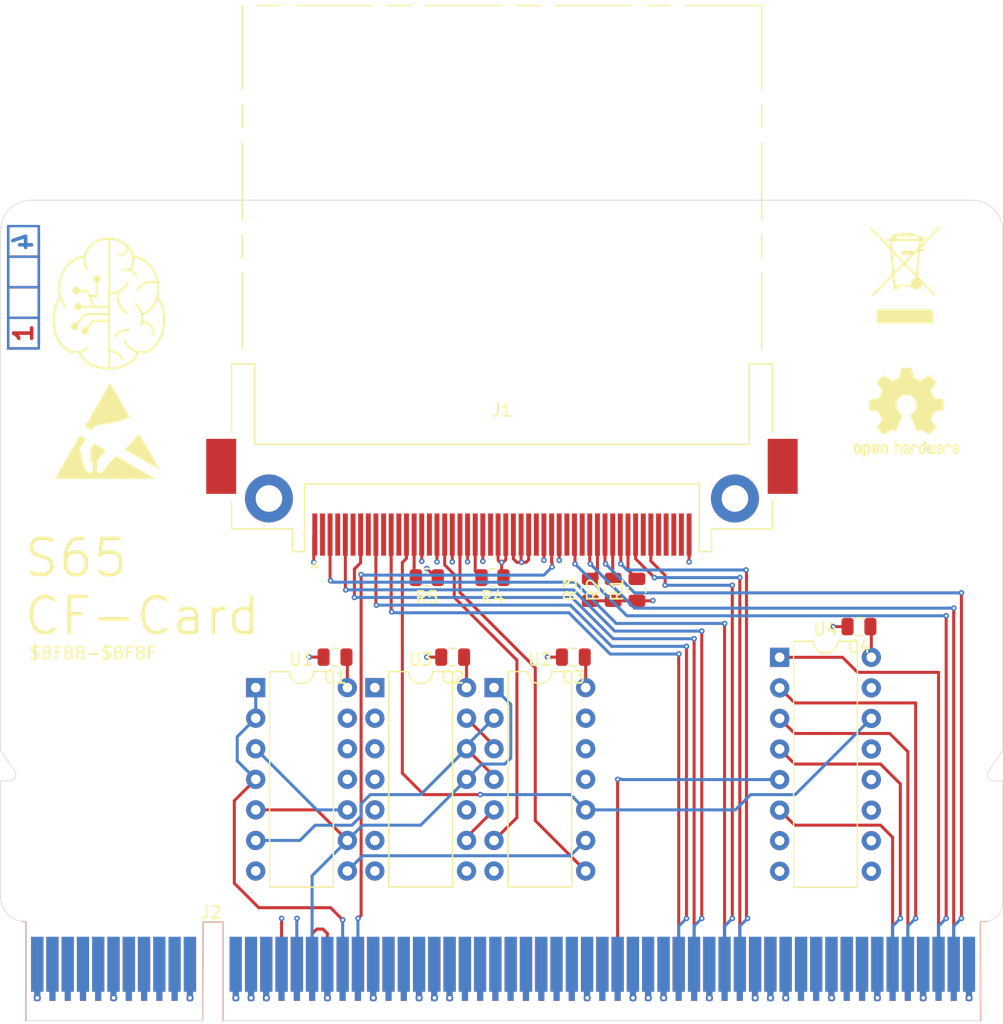
<source format=kicad_pcb>
(kicad_pcb (version 20240108) (generator "pcbnew") (generator_version "8.0")
  (layers (0 "F.Cu" signal) (1 "In1.Cu" power) (2 "In2.Cu" power) (31 "B.Cu" signal) (34 "B.Paste" user) (35 "F.Paste" user) (36 "B.SilkS" user "B.Silkscreen") (37 "F.SilkS" user "F.Silkscreen") (38 "B.Mask" user) (39 "F.Mask" user) (44 "Edge.Cuts" user))
  (net 0 "")
  (net 1 "GND")
  (net 2 "+5V")
  (net 5 "/PORT_136")
  (net 7 "Net-(J1-Pin_36)")
  (net 8 "Net-(J1-Pin_35)")
  (net 9 "Net-(J1-Pin_46)")
  (net 11 "/D4")
  (net 12 "/D6")
  (net 14 "Net-(J1-Pin_44)")
  (net 17 "/A0")
  (net 19 "Net-(J1-Pin_34)")
  (net 20 "Net-(J1-Pin_45)")
  (net 21 "/D3")
  (net 22 "/D5")
  (net 23 "/D7")
  (net 25 "/~{RES}")
  (net 27 "/A2")
  (net 28 "/D0")
  (net 30 "/D1")
  (net 31 "Net-(J1-Pin_32)")
  (net 32 "/A1")
  (net 36 "/D2")
  (net 39 "/ROM_3")
  (net 40 "/RAM_3")
  (net 41 "/~{IRQ_2}")
  (net 42 "/ROM_6")
  (net 43 "/~{VP}")
  (net 44 "/~{ROM}")
  (net 45 "/~{IRQ_0.4}")
  (net 46 "/~{L_RAM}")
  (net 47 "/~{IRQ_1}")
  (net 48 "/ROM_7")
  (net 49 "/Ø2{slash}VDA")
  (net 50 "/A10")
  (net 51 "/~{IO}")
  (net 52 "/ROM_0")
  (net 53 "/RAM_4")
  (net 54 "/~{H_RAM}")
  (net 55 "/A4")
  (net 56 "/~{NMI}")
  (net 57 "/E")
  (net 58 "/R{slash}~{W}")
  (net 59 "/A9")
  (net 60 "/RAM_1")
  (net 61 "/ROM_5")
  (net 62 "/~{IRQ_0.3}")
  (net 63 "+9V")
  (net 64 "/RAM_2")
  (net 65 "/ROM_2")
  (net 66 "/RAM_0")
  (net 67 "/ROM_1")
  (net 68 "/~{RDY}")
  (net 69 "/~{IRQ_4}")
  (net 70 "/~{IRQ_0.2}")
  (net 71 "/~{IRQ_3}")
  (net 72 "/~{IRQ_0.5}")
  (net 73 "/A12")
  (net 74 "/A11")
  (net 75 "/RAM_7")
  (net 76 "/A8")
  (net 77 "/~{IRQ}")
  (net 78 "/~{IRQ_0.0}")
  (net 79 "/ROM_4")
  (net 80 "/RAM_5")
  (net 81 "/A7")
  (net 82 "/RAM_6")
  (net 83 "/PAGE")
  (net 84 "/SYNC_VPA")
  (net 85 "/~{IRQ_0.7}")
  (net 86 "/A13")
  (net 87 "/CLK")
  (net 88 "/A5")
  (net 89 "/~{ML}")
  (net 90 "/A14")
  (net 91 "/~{IRQ_0.6}")
  (net 92 "/~{BE}")
  (net 93 "/A3")
  (net 94 "/M{slash}X")
  (net 95 "/A6")
  (net 96 "/A15")
  (net 97 "/~{IRQ_0}")
  (net 98 "/~{IRQ_0.1}")
  (net 99 "Net-(U1-Pad10)")
  (net 100 "/~{WR}")
  (net 101 "/~{RD}")
  (net 103 "Net-(U3B-~{R})")
  (net 105 "Net-(U3B-Q)")
  (net 114 "/PORT_128")
  (footprint "Symbol:WEEE-Logo_5.6x8mm_SilkScreen" (layer "F.Cu") (at 174.625 65.024)
    (property "Reference" "REF**" (hide yes))
    (property "Value" "WEEE-Logo_5.6x8mm_SilkScreen" (hide yes))
  )
  (footprint "Resistor_SMD:R_0805_2012Metric" (layer "F.Cu") (at 150.368 91.186 90)
    (property "Reference" "R2")
    (property "Value" "330")
  )
  (footprint "Symbol:ESD-Logo_8.9x8mm_SilkScreen" (layer "F.Cu") (at 108.331 77.978)
    (property "Reference" "REF**" (hide yes))
    (property "Value" "ESD-Logo_8.9x8mm_SilkScreen" (hide yes))
  )
  (footprint "Symbol:OSHW-Logo2_9.8x8mm_SilkScreen" (layer "F.Cu") (at 174.752 76.454)
    (property "Reference" "REF**" (hide yes))
    (property "Value" "OSHW-Logo2_9.8x8mm_SilkScreen" (hide yes))
  )
  (footprint "Capacitor_SMD:C_0805_2012Metric" (layer "F.Cu") (at 147.056 96.779 180)
    (property "Reference" "C3")
    (property "Value" "100n")
  )
  (footprint "Eigene:logo" (layer "F.Cu") (at 108.458 67.437)
    (property "Reference" "G***" (hide yes))
    (property "Value" "LOGO" (hide yes))
  )
  (footprint "Package_DIP:DIP-14_W7.62mm" (layer "F.Cu") (at 140.462 99.314)
    (property "Reference" "U2")
    (property "Value" "74LS32")
  )
  (footprint "Resistor_SMD:R_0805_2012Metric" (layer "F.Cu") (at 152.342 91.186 90)
    (property "Reference" "R1")
    (property "Value" "1k")
  )
  (footprint "Connector_Card:CF-Card_3M_N7E50-A516xx-30" (layer "F.Cu") (at 141.122 83.4935 90)
    (property "Reference" "J1")
    (property "Value" "CF Card")
  )
  (footprint "Capacitor_SMD:C_0805_2012Metric" (layer "F.Cu") (at 127.244 96.779 180)
    (property "Reference" "C1")
    (property "Value" "100n")
  )
  (footprint "Eigene:ladder_4" (layer "F.Cu") (at 101.346 66.04 90)
    (property "Reference" "Ref**" (hide yes))
    (property "Value" "Val**" (hide yes))
  )
  (footprint "Resistor_SMD:R_0805_2012Metric" (layer "F.Cu") (at 140.335 90.17 180)
    (property "Reference" "R4")
    (property "Value" "1k")
  )
  (footprint "Resistor_SMD:R_0805_2012Metric" (layer "F.Cu") (at 148.463 91.186 90)
    (property "Reference" "R3")
    (property "Value" "1k")
  )
  (footprint "Package_DIP:DIP-16_W7.62mm" (layer "F.Cu") (at 164.211 96.794)
    (property "Reference" "U4")
    (property "Value" "74HC138")
  )
  (footprint "Package_DIP:DIP-14_W7.62mm" (layer "F.Cu") (at 120.65 99.314)
    (property "Reference" "U1")
    (property "Value" "74HC00")
  )
  (footprint "Capacitor_SMD:C_0805_2012Metric" (layer "F.Cu") (at 137.023 96.779 180)
    (property "Reference" "C2")
    (property "Value" "100n")
  )
  (footprint "Package_DIP:DIP-14_W7.62mm" (layer "F.Cu") (at 130.556 99.314)
    (property "Reference" "U3")
    (property "Value" "74HCT74")
  )
  (footprint "Capacitor_SMD:C_0805_2012Metric" (layer "F.Cu") (at 170.805 94.239 180)
    (property "Reference" "C4")
    (property "Value" "100n")
  )
  (footprint "Resistor_SMD:R_0805_2012Metric" (layer "F.Cu") (at 134.874 90.17 180)
    (property "Reference" "R5")
    (property "Value" "1k")
  )
  (footprint "Connector_PCBEdge:BUS_PCI" (layer "B.Cu") (at 141.219 123.631 180)
    (property "Reference" "J2")
    (property "Value" "Bus_PCI_6502")
  )
  (gr_arc (start 100.657369 106.325815) (mid 100.635131 106.820071) (end 100.203 107.061) (stroke (width 0.05)) (layer "Edge.Cuts"))
  (gr_arc (start 181.991 107.061) (mid 181.558869 106.820071) (end 181.536631 106.325815) (stroke (width 0.05)) (layer "Edge.Cuts"))
  (gr_arc (start 182.753 117.221) (mid 182.306631 118.298631) (end 181.229 118.745) (stroke (width 0.05)) (layer "Edge.Cuts"))
  (gr_line (start 181.536631 106.325815) (end 182.753 104.521) (stroke (width 0.05)) (layer "Edge.Cuts"))
  (gr_line (start 101.981 58.801) (end 180.213 58.801) (stroke (width 0.05)) (layer "Edge.Cuts"))
  (gr_line (start 116.205 127) (end 116.205 118.745) (stroke (width 0.05)) (layer "Edge.Cuts"))
  (gr_line (start 99.441 104.521) (end 99.441 61.341) (stroke (width 0.05)) (layer "Edge.Cuts"))
  (gr_arc (start 99.441 61.341) (mid 100.184949 59.544949) (end 101.981 58.801) (stroke (width 0.05)) (layer "Edge.Cuts"))
  (gr_line (start 117.983 127) (end 180.848 127) (stroke (width 0.05)) (layer "Edge.Cuts"))
  (gr_line (start 99.441 104.521) (end 100.657369 106.325815) (stroke (width 0.05)) (layer "Edge.Cuts"))
  (gr_line (start 182.753 107.061) (end 181.991 107.061) (stroke (width 0.05)) (layer "Edge.Cuts"))
  (gr_line (start 101.6 127) (end 116.205 127) (stroke (width 0.05)) (layer "Edge.Cuts"))
  (gr_line (start 182.753 104.521) (end 182.753 61.341) (stroke (width 0.05)) (layer "Edge.Cuts"))
  (gr_line (start 99.441 116.713) (end 99.441 107.061) (stroke (width 0.05)) (layer "Edge.Cuts"))
  (gr_arc (start 180.213 58.801) (mid 182.009051 59.544949) (end 182.753 61.341) (stroke (width 0.05)) (layer "Edge.Cuts"))
  (gr_arc (start 101.473 118.745) (mid 100.036159 118.149841) (end 99.441 116.713) (stroke (width 0.05)) (layer "Edge.Cuts"))
  (gr_line (start 116.205 118.745) (end 117.983 118.745) (stroke (width 0.05)) (layer "Edge.Cuts"))
  (gr_line (start 101.473 118.745) (end 101.6 118.745) (stroke (width 0.05)) (layer "Edge.Cuts"))
  (gr_line (start 182.753 107.061) (end 182.753 117.221) (stroke (width 0.05)) (layer "Edge.Cuts"))
  (gr_line (start 117.983 118.745) (end 117.983 127) (stroke (width 0.05)) (layer "Edge.Cuts"))
  (gr_line (start 101.6 118.745) (end 101.6 127) (stroke (width 0.05)) (layer "Edge.Cuts"))
  (gr_line (start 180.848 127) (end 180.848 118.745) (stroke (width 0.05)) (layer "Edge.Cuts"))
  (gr_line (start 180.848 118.745) (end 181.229 118.745) (stroke (width 0.05)) (layer "Edge.Cuts"))
  (gr_line (start 100.203 107.061) (end 99.441 107.061) (stroke (width 0.05)) (layer "Edge.Cuts"))
  (gr_text "S65\nCF-Card" (at 101.219 95.123 0) (layer "F.SilkS") (effects (font (size 3 3) (thickness 0.3) (bold yes)) (justify left bottom)))
  (gr_text "$BF88-$BF8F" (at 101.727 97.028 0) (layer "F.SilkS") (effects (font (size 1 1)) (justify left bottom)))
  (segment (start 126.238 119.38) (end 125.73 119.38) (width 0.25) (layer "F.Cu") (net 1))
  (segment (start 125.73 119.38) (end 125.339 119.771) (width 0.25) (layer "F.Cu") (net 1))
  (segment (start 169.855 94.239) (end 168.661 94.239) (width 0.25) (layer "F.Cu") (net 1))
  (segment (start 143.342 88.687) (end 143.342 86.5935) (width 0.25) (layer "F.Cu") (net 1))
  (segment (start 142.748 88.9) (end 143.129 88.9) (width 0.25) (layer "F.Cu") (net 1))
  (segment (start 125.476 88.9) (end 125.476 86.6795) (width 0.25) (layer "F.Cu") (net 1))
  (segment (start 125.339 119.771) (end 125.339 122.301) (width 0.25) (layer "F.Cu") (net 1))
  (segment (start 136.073 96.779) (end 134.879 96.779) (width 0.25) (layer "F.Cu") (net 1))
  (segment (start 126.609 122.301) (end 126.609 119.751) (width 0.25) (layer "F.Cu") (net 1))
  (segment (start 143.129 88.9) (end 143.342 88.687) (width 0.25) (layer "F.Cu") (net 1))
  (segment (start 125.1 96.779) (end 125.095 96.774) (width 0.25) (layer "F.Cu") (net 1))
  (segment (start 142.712 86.5935) (end 142.712 88.809) (width 0.25) (layer "F.Cu") (net 1))
  (segment (start 144.612 88.732) (end 144.612 86.5935) (width 0.25) (layer "F.Cu") (net 1))
  (segment (start 142.712 88.809) (end 142.621 88.9) (width 0.25) (layer "F.Cu") (net 1))
  (segment (start 138.262 88.859) (end 138.262 86.5935) (width 0.25) (layer "F.Cu") (net 1))
  (segment (start 146.106 96.779) (end 144.912 96.779) (width 0.25) (layer "F.Cu") (net 1))
  (segment (start 142.072 88.605) (end 142.367 88.9) (width 0.25) (layer "F.Cu") (net 1))
  (segment (start 135.722 88.859) (end 135.722 86.5935) (width 0.25) (layer "F.Cu") (net 1))
  (segment (start 142.072 86.5935) (end 142.072 88.605) (width 0.25) (layer "F.Cu") (net 1))
  (segment (start 142.621 88.9) (end 142.748 88.9) (width 0.25) (layer "F.Cu") (net 1))
  (segment (start 168.661 94.239) (end 168.656 94.234) (width 0.25) (layer "F.Cu") (net 1))
  (segment (start 134.879 96.779) (end 134.874 96.774) (width 0.25) (layer "F.Cu") (net 1))
  (segment (start 136.992 88.859) (end 136.992 86.5935) (width 0.25) (layer "F.Cu") (net 1))
  (segment (start 134.452 88.814) (end 134.452 86.5935) (width 0.25) (layer "F.Cu") (net 1))
  (segment (start 122.799 122.301) (end 122.799 118.501) (width 0.25) (layer "F.Cu") (net 1))
  (segment (start 122.799 118.501) (end 122.809 118.491) (width 0.25) (layer "F.Cu") (net 1))
  (segment (start 144.912 96.779) (end 144.907 96.774) (width 0.25) (layer "F.Cu") (net 1))
  (segment (start 125.476 86.6795) (end 125.562 86.5935) (width 0.25) (layer "F.Cu") (net 1))
  (segment (start 142.367 88.9) (end 142.621 88.9) (width 0.25) (layer "F.Cu") (net 1))
  (segment (start 126.294 96.779) (end 125.1 96.779) (width 0.25) (layer "F.Cu") (net 1))
  (segment (start 145.882 88.732) (end 145.882 86.5935) (width 0.25) (layer "F.Cu") (net 1))
  (segment (start 126.609 119.751) (end 126.238 119.38) (width 0.25) (layer "F.Cu") (net 1))
  (segment (start 156.682 88.864) (end 156.682 86.5935) (width 0.25) (layer "F.Cu") (net 1))
  (segment (start 139.532 88.814) (end 139.532 86.5935) (width 0.25) (layer "F.Cu") (net 1))
  (via (at 168.656 94.234) (size 0.46) (drill 0.2) (layers "F.Cu" "B.Cu") (net 1))
  (via (at 108.839 125.095) (size 0.6) (drill 0.3) (layers "F.Cu" "B.Cu") (net 1))
  (via (at 154.559 125.095) (size 0.6) (drill 0.3) (layers "F.Cu" "B.Cu") (net 1))
  (via (at 158.369 125.095) (size 0.6) (drill 0.3) (layers "F.Cu" "B.Cu") (net 1))
  (via (at 179.959 125.095) (size 0.6) (drill 0.3) (layers "F.Cu" "B.Cu") (net 1))
  (via (at 144.612 88.732) (size 0.46) (drill 0.2) (layers "F.Cu" "B.Cu") (net 1))
  (via (at 125.095 96.774) (size 0.46) (drill 0.2) (layers "F.Cu" "B.Cu") (net 1))
  (via (at 145.882 88.732) (size 0.46) (drill 0.2) (layers "F.Cu" "B.Cu") (net 1))
  (via (at 172.339 125.095) (size 0.6) (drill 0.3) (layers "F.Cu" "B.Cu") (net 1))
  (via (at 176.149 125.095) (size 0.6) (drill 0.3) (layers "F.Cu" "B.Cu") (net 1))
  (via (at 156.682 88.864) (size 0.46) (drill 0.2) (layers "F.Cu" "B.Cu") (net 1))
  (via (at 135.722 88.859) (size 0.46) (drill 0.2) (layers "F.Cu" "B.Cu") (net 1))
  (via (at 162.179 125.095) (size 0.6) (drill 0.3) (layers "F.Cu" "B.Cu") (net 1))
  (via (at 152.019 125.095) (size 0.6) (drill 0.3) (layers "F.Cu" "B.Cu") (net 1))
  (via (at 168.529 125.095) (size 0.6) (drill 0.3) (layers "F.Cu" "B.Cu") (net 1))
  (via (at 164.719 125.095) (size 0.6) (drill 0.3) (layers "F.Cu" "B.Cu") (net 1))
  (via (at 134.239 125.095) (size 0.6) (drill 0.3) (layers "F.Cu" "B.Cu") (net 1))
  (via (at 115.189 125.095) (size 0.6) (drill 0.3) (layers "F.Cu" "B.Cu") (net 1))
  (via (at 134.452 88.814) (size 0.46) (drill 0.2) (layers "F.Cu" "B.Cu") (net 1))
  (via (at 148.209 125.095) (size 0.6) (drill 0.3) (layers "F.Cu" "B.Cu") (net 1))
  (via (at 126.619 125.095) (size 0.6) (drill 0.3) (layers "F.Cu" "B.Cu") (net 1))
  (via (at 139.532 88.814) (size 0.46) (drill 0.2) (layers "F.Cu" "B.Cu") (net 1))
  (via (at 138.262 88.859) (size 0.46) (drill 0.2) (layers "F.Cu" "B.Cu") (net 1))
  (via (at 130.429 125.095) (size 0.6) (drill 0.3) (layers "F.Cu" "B.Cu") (net 1))
  (via (at 125.476 88.9) (size 0.46) (drill 0.2) (layers "F.Cu" "B.Cu") (net 1))
  (via (at 134.874 96.774) (size 0.46) (drill 0.2) (layers "F.Cu" "B.Cu") (net 1))
  (via (at 142.748 88.9) (size 0.46) (drill 0.2) (layers "F.Cu" "B.Cu") (net 1))
  (via (at 122.809 118.491) (size 0.46) (drill 0.2) (layers "F.Cu" "B.Cu") (net 1))
  (via (at 102.489 125.095) (size 0.6) (drill 0.3) (layers "F.Cu" "B.Cu") (net 1))
  (via (at 120.269 125.095) (size 0.6) (drill 0.3) (layers "F.Cu" "B.Cu") (net 1))
  (via (at 136.992 88.859) (size 0.46) (drill 0.2) (layers "F.Cu" "B.Cu") (net 1))
  (via (at 124.079 118.491) (size 0.46) (drill 0.2) (layers "F.Cu" "B.Cu") (net 1))
  (via (at 144.907 96.774) (size 0.46) (drill 0.2) (layers "F.Cu" "B.Cu") (net 1))
  (via (at 136.779 125.095) (size 0.6) (drill 0.3) (layers "F.Cu" "B.Cu") (net 1))
  (segment (start 124.069 122.301) (end 124.069 118.501) (width 0.25) (layer "B.Cu") (net 1))
  (segment (start 124.069 118.501) (end 124.079 118.491) (width 0.25) (layer "B.Cu") (net 1))
  (segment (start 138.176 96.982) (end 137.973 96.779) (width 0.25) (layer "F.Cu") (net 2))
  (segment (start 138.176 99.314) (end 138.176 96.982) (width 0.25) (layer "F.Cu") (net 2))
  (segment (start 141.224 88.9) (end 141.442 88.682) (width 0.25) (layer "F.Cu") (net 2))
  (segment (start 171.831 96.794) (end 171.831 94.315) (width 0.25) (layer "F.Cu") (net 2))
  (segment (start 141.097 88.9) (end 141.224 88.9) (width 0.25) (layer "F.Cu") (net 2))
  (segment (start 140.802 86.5935) (end 140.802 88.732) (width 0.25) (layer "F.Cu") (net 2))
  (segment (start 141.442 88.682) (end 141.442 86.5935) (width 0.25) (layer "F.Cu") (net 2))
  (segment (start 135.7865 90.17) (end 135.636 90.17) (width 0.25) (layer "F.Cu") (net 2))
  (segment (start 141.097 88.9) (end 141.097 90.0195) (width 0.25) (layer "F.Cu") (net 2))
  (segment (start 128.27 99.314) (end 128.27 96.855) (width 0.25) (layer "F.Cu") (net 2))
  (segment (start 135.636 90.17) (end 134.874 89.408) (width 0.25) (layer "F.Cu") (net 2))
  (segment (start 128.27 96.855) (end 128.194 96.779) (width 0.25) (layer "F.Cu") (net 2))
  (segment (start 141.097 90.0195) (end 141.2475 90.17) (width 0.25) (layer "F.Cu") (net 2))
  (segment (start 171.831 94.315) (end 171.755 94.239) (width 0.25) (layer "F.Cu") (net 2))
  (segment (start 140.802 88.732) (end 140.97 88.9) (width 0.25) (layer "F.Cu") (net 2))
  (segment (start 153.6465 92.0985) (end 153.67 92.075) (width 0.25) (layer "F.Cu") (net 2))
  (segment (start 148.082 96.855) (end 148.006 96.779) (width 0.25) (layer "F.Cu") (net 2))
  (segment (start 140.97 88.9) (end 141.097 88.9) (width 0.25) (layer "F.Cu") (net 2))
  (segment (start 148.082 99.314) (end 148.082 96.855) (width 0.25) (layer "F.Cu") (net 2))
  (segment (start 148.463 92.0985) (end 153.6465 92.0985) (width 0.25) (layer "F.Cu") (net 2))
  (via (at 121.539 125.095) (size 0.6) (drill 0.3) (layers "F.Cu" "B.Cu") (net 2))
  (via (at 153.289 125.095) (size 0.6) (drill 0.3) (layers "F.Cu" "B.Cu") (net 2))
  (via (at 134.874 89.408) (size 0.46) (drill 0.2) (layers "F.Cu" "B.Cu") (net 2))
  (via (at 163.449 125.095) (size 0.6) (drill 0.3) (layers "F.Cu" "B.Cu") (net 2))
  (via (at 135.509 125.095) (size 0.6) (drill 0.3) (layers "F.Cu" "B.Cu") (net 2))
  (via (at 153.67 92.075) (size 0.46) (drill 0.2) (layers "F.Cu" "B.Cu") (net 2))
  (via (at 141.097 88.9) (size 0.46) (drill 0.2) (layers "F.Cu" "B.Cu") (net 2))
  (segment (start 133.182 88.5735) (end 132.842 88.9135) (width 0.25) (layer "F.Cu") (net 5))
  (segment (start 132.842 88.9135) (end 132.842 106.426) (width 0.25) (layer "F.Cu") (net 5))
  (segment (start 133.182 86.5935) (end 133.182 88.5735) (width 0.25) (layer "F.Cu") (net 5))
  (segment (start 134.62 108.204) (end 139.319 108.204) (width 0.25) (layer "F.Cu") (net 5))
  (segment (start 132.842 106.426) (end 134.62 108.204) (width 0.25) (layer "F.Cu") (net 5))
  (via (at 139.319 108.204) (size 0.46) (drill 0.2) (layers "F.Cu" "B.Cu") (net 5))
  (segment (start 146.812 108.204) (end 148.082 109.474) (width 0.25) (layer "B.Cu") (net 5))
  (segment (start 139.319 108.204) (end 146.812 108.204) (width 0.25) (layer "B.Cu") (net 5))
  (segment (start 165.501 108.204) (end 171.831 101.874) (width 0.25) (layer "B.Cu") (net 5))
  (segment (start 160.528 109.474) (end 161.798 108.204) (width 0.25) (layer "B.Cu") (net 5))
  (segment (start 161.798 108.204) (end 165.501 108.204) (width 0.25) (layer "B.Cu") (net 5))
  (segment (start 148.082 109.474) (end 160.528 109.474) (width 0.25) (layer "B.Cu") (net 5))
  (segment (start 138.902 89.6495) (end 139.4225 90.17) (width 0.25) (layer "F.Cu") (net 7))
  (segment (start 138.902 86.5935) (end 138.902 89.6495) (width 0.25) (layer "F.Cu") (net 7))
  (segment (start 143.891 97.663) (end 143.891 110.363) (width 0.25) (layer "F.Cu") (net 8))
  (segment (start 137.632 86.5935) (end 137.632 91.404) (width 0.25) (layer "F.Cu") (net 8))
  (segment (start 143.891 110.363) (end 148.082 114.554) (width 0.25) (layer "F.Cu") (net 8))
  (segment (start 137.632 91.404) (end 143.891 97.663) (width 0.25) (layer "F.Cu") (net 8))
  (segment (start 151.602 89.5335) (end 152.342 90.2735) (width 0.25) (layer "F.Cu") (net 9))
  (segment (start 151.602 86.5935) (end 151.602 89.5335) (width 0.25) (layer "F.Cu") (net 9))
  (segment (start 128.102 91.145) (end 128.102 86.5935) (width 0.25) (layer "F.Cu") (net 11))
  (segment (start 157.734 118.491) (end 157.734 94.615) (width 0.25) (layer "F.Cu") (net 11))
  (segment (start 128.143 91.186) (end 128.102 91.145) (width 0.25) (layer "F.Cu") (net 11))
  (via (at 157.734 118.491) (size 0.46) (drill 0.2) (layers "F.Cu" "B.Cu") (net 11))
  (via (at 157.734 94.615) (size 0.46) (drill 0.2) (layers "F.Cu" "B.Cu") (net 11))
  (via (at 128.143 91.186) (size 0.46) (drill 0.2) (layers "F.Cu" "B.Cu") (net 11))
  (segment (start 157.734 94.615) (end 150.495 94.615) (width 0.25) (layer "B.Cu") (net 11))
  (segment (start 157.099 122.301) (end 157.099 119.126) (width 0.25) (layer "B.Cu") (net 11))
  (segment (start 150.495 94.615) (end 147.066 91.186) (width 0.25) (layer "B.Cu") (net 11))
  (segment (start 147.066 91.186) (end 128.143 91.186) (width 0.25) (layer "B.Cu") (net 11))
  (segment (start 157.099 119.126) (end 157.734 118.491) (width 0.25) (layer "B.Cu") (net 11))
  (segment (start 156.464 118.491) (end 156.464 95.885) (width 0.25) (layer "F.Cu") (net 12))
  (segment (start 130.683 92.456) (end 130.642 92.415) (width 0.25) (layer "F.Cu") (net 12))
  (segment (start 130.642 92.415) (end 130.642 86.5935) (width 0.25) (layer "F.Cu") (net 12))
  (via (at 156.464 118.491) (size 0.46) (drill 0.2) (layers "F.Cu" "B.Cu") (net 12))
  (via (at 156.464 95.885) (size 0.46) (drill 0.2) (layers "F.Cu" "B.Cu") (net 12))
  (via (at 130.683 92.456) (size 0.46) (drill 0.2) (layers "F.Cu" "B.Cu") (net 12))
  (segment (start 150.241 95.885) (end 146.812 92.456) (width 0.25) (layer "B.Cu") (net 12))
  (segment (start 146.812 92.456) (end 130.683 92.456) (width 0.25) (layer "B.Cu") (net 12))
  (segment (start 156.464 95.885) (end 150.241 95.885) (width 0.25) (layer "B.Cu") (net 12))
  (segment (start 155.819 119.136) (end 156.464 118.491) (width 0.25) (layer "B.Cu") (net 12))
  (segment (start 155.819 122.301) (end 155.819 119.136) (width 0.25) (layer "B.Cu") (net 12))
  (segment (start 149.062 89.6745) (end 148.463 90.2735) (width 0.25) (layer "F.Cu") (net 14))
  (segment (start 149.062 86.5935) (end 149.062 89.6745) (width 0.25) (layer "F.Cu") (net 14))
  (segment (start 149.692 88.986) (end 149.733 89.027) (width 0.25) (layer "F.Cu") (net 17))
  (segment (start 149.692 86.5935) (end 149.692 88.986) (width 0.25) (layer "F.Cu") (net 17))
  (segment (start 179.324 91.44) (end 179.324 118.491) (width 0.25) (layer "F.Cu") (net 17))
  (via (at 179.324 91.44) (size 0.46) (drill 0.2) (layers "F.Cu" "B.Cu") (net 17))
  (via (at 149.733 89.027) (size 0.46) (drill 0.2) (layers "F.Cu" "B.Cu") (net 17))
  (via (at 179.324 118.491) (size 0.46) (drill 0.2) (layers "F.Cu" "B.Cu") (net 17))
  (segment (start 179.324 91.44) (end 152.146 91.44) (width 0.25) (layer "B.Cu") (net 17))
  (segment (start 179.324 118.491) (end 178.679 119.136) (width 0.25) (layer "B.Cu") (net 17))
  (segment (start 178.679 119.136) (end 178.679 122.301) (width 0.25) (layer "B.Cu") (net 17))
  (segment (start 152.146 91.44) (end 149.733 89.027) (width 0.25) (layer "B.Cu") (net 17))
  (segment (start 137.16 91.821) (end 142.367 97.028) (width 0.25) (layer "F.Cu") (net 19))
  (segment (start 142.367 110.109) (end 140.462 112.014) (width 0.25) (layer "F.Cu") (net 19))
  (segment (start 137.16 89.916) (end 137.16 91.821) (width 0.25) (layer "F.Cu") (net 19))
  (segment (start 136.362 86.5935) (end 136.362 89.118) (width 0.25) (layer "F.Cu") (net 19))
  (segment (start 136.362 89.118) (end 137.16 89.916) (width 0.25) (layer "F.Cu") (net 19))
  (segment (start 142.367 97.028) (end 142.367 110.109) (width 0.25) (layer "F.Cu") (net 19))
  (segment (start 150.332 90.2375) (end 150.368 90.2735) (width 0.25) (layer "F.Cu") (net 20))
  (segment (start 150.332 86.5935) (end 150.332 90.2375) (width 0.25) (layer "F.Cu") (net 20))
  (segment (start 159.629 122.301) (end 159.629 93.99) (width 0.25) (layer "F.Cu") (net 21))
  (segment (start 126.832 90.383) (end 126.832 86.5935) (width 0.25) (layer "F.Cu") (net 21))
  (segment (start 126.873 90.424) (end 126.832 90.383) (width 0.25) (layer "F.Cu") (net 21))
  (segment (start 159.629 93.99) (end 159.639 93.98) (width 0.25) (layer "F.Cu") (net 21))
  (via (at 159.639 93.98) (size 0.46) (drill 0.2) (layers "F.Cu" "B.Cu") (net 21))
  (via (at 126.873 90.424) (size 0.46) (drill 0.2) (layers "F.Cu" "B.Cu") (net 21))
  (segment (start 142.748 90.551) (end 127 90.551) (width 0.25) (layer "B.Cu") (net 21))
  (segment (start 159.639 93.98) (end 150.622 93.98) (width 0.25) (layer "B.Cu") (net 21))
  (segment (start 150.622 93.98) (end 147.828 91.186) (width 0.25) (layer "B.Cu") (net 21))
  (segment (start 147.193 90.551) (end 142.748 90.551) (width 0.25) (layer "B.Cu") (net 21))
  (segment (start 127 90.551) (end 126.873 90.424) (width 0.25) (layer "B.Cu") (net 21))
  (segment (start 147.828 91.186) (end 147.193 90.551) (width 0.25) (layer "B.Cu") (net 21))
  (segment (start 128.858 91.821) (end 128.858 89.455) (width 0.25) (layer "F.Cu") (net 22))
  (segment (start 129.372 88.941) (end 129.372 86.5935) (width 0.25) (layer "F.Cu") (net 22))
  (segment (start 157.099 122.301) (end 157.099 95.25) (width 0.25) (layer "F.Cu") (net 22))
  (segment (start 128.858 89.455) (end 129.372 88.941) (width 0.25) (layer "F.Cu") (net 22))
  (via (at 157.099 95.25) (size 0.46) (drill 0.2) (layers "F.Cu" "B.Cu") (net 22))
  (via (at 128.858 91.821) (size 0.46) (drill 0.2) (layers "F.Cu" "B.Cu") (net 22))
  (segment (start 146.939 91.821) (end 144.78 91.821) (width 0.25) (layer "B.Cu") (net 22))
  (segment (start 144.78 91.821) (end 128.858 91.821) (width 0.25) (layer "B.Cu") (net 22))
  (segment (start 150.368 95.25) (end 149.86 94.742) (width 0.25) (layer "B.Cu") (net 22))
  (segment (start 157.099 95.25) (end 150.368 95.25) (width 0.25) (layer "B.Cu") (net 22))
  (segment (start 149.86 94.742) (end 146.939 91.821) (width 0.25) (layer "B.Cu") (net 22))
  (segment (start 155.819 96.53) (end 155.829 96.52) (width 0.25) (layer "F.Cu") (net 23))
  (segment (start 131.953 93.011) (end 131.912 92.97) (width 0.25) (layer "F.Cu") (net 23))
  (segment (start 131.912 92.97) (end 131.912 86.5935) (width 0.25) (layer "F.Cu") (net 23))
  (segment (start 155.819 122.301) (end 155.819 96.53) (width 0.25) (layer "F.Cu") (net 23))
  (via (at 131.953 93.011) (size 0.46) (drill 0.2) (layers "F.Cu" "B.Cu") (net 23))
  (via (at 155.829 96.52) (size 0.46) (drill 0.2) (layers "F.Cu" "B.Cu") (net 23))
  (segment (start 150.114 96.52) (end 155.829 96.52) (width 0.25) (layer "B.Cu") (net 23))
  (segment (start 146.685 93.091) (end 150.114 96.52) (width 0.25) (layer "B.Cu") (net 23))
  (segment (start 132.033 93.091) (end 146.685 93.091) (width 0.25) (layer "B.Cu") (net 23))
  (segment (start 131.953 93.011) (end 132.033 93.091) (width 0.25) (layer "B.Cu") (net 23))
  (segment (start 145.252 88.864) (end 145.252 86.5935) (width 0.25) (layer "F.Cu") (net 25))
  (segment (start 145.288 89.281) (end 145.288 88.9) (width 0.25) (layer "F.Cu") (net 25))
  (segment (start 145.288 88.9) (end 145.252 88.864) (width 0.25) (layer "F.Cu") (net 25))
  (segment (start 129.159 118.491) (end 129.413 118.237) (width 0.25) (layer "F.Cu") (net 25))
  (segment (start 129.413 114.681) (end 129.413 89.916) (width 0.25) (layer "F.Cu") (net 25))
  (segment (start 129.413 118.237) (end 129.413 114.681) (width 0.25) (layer "F.Cu") (net 25))
  (via (at 129.413 89.916) (size 0.46) (drill 0.2) (layers "F.Cu" "B.Cu") (net 25))
  (via (at 129.159 118.491) (size 0.46) (drill 0.2) (layers "F.Cu" "B.Cu") (net 25))
  (via (at 145.288 89.281) (size 0.46) (drill 0.2) (layers "F.Cu" "B.Cu") (net 25))
  (segment (start 144.606 89.963) (end 145.288 89.281) (width 0.25) (layer "B.Cu") (net 25))
  (segment (start 129.149 122.301) (end 129.149 118.501) (width 0.25) (layer "B.Cu") (net 25))
  (segment (start 129.46 89.963) (end 144.606 89.963) (width 0.25) (layer "B.Cu") (net 25))
  (segment (start 129.149 118.501) (end 129.159 118.491) (width 0.25) (layer "B.Cu") (net 25))
  (segment (start 129.413 89.916) (end 129.46 89.963) (width 0.25) (layer "B.Cu") (net 25))
  (segment (start 178.054 118.491) (end 178.054 106.68) (width 0.25) (layer "F.Cu") (net 27))
  (segment (start 147.193 89.027) (end 147.193 86.6345) (width 0.25) (layer "F.Cu") (net 27))
  (segment (start 147.193 86.6345) (end 147.152 86.5935) (width 0.25) (layer "F.Cu") (net 27))
  (segment (start 178.054 106.68) (end 178.054 93.345) (width 0.25) (layer "F.Cu") (net 27))
  (via (at 178.054 93.345) (size 0.46) (drill 0.2) (layers "F.Cu" "B.Cu") (net 27))
  (via (at 147.193 89.027) (size 0.46) (drill 0.2) (layers "F.Cu" "B.Cu") (net 27))
  (via (at 178.054 118.491) (size 0.46) (drill 0.2) (layers "F.Cu" "B.Cu") (net 27))
  (segment (start 177.419 119.126) (end 178.054 118.491) (width 0.25) (layer "B.Cu") (net 27))
  (segment (start 178.054 93.345) (end 151.511 93.345) (width 0.25) (layer "B.Cu") (net 27))
  (segment (start 151.511 93.345) (end 147.193 89.027) (width 0.25) (layer "B.Cu") (net 27))
  (segment (start 177.419 122.301) (end 177.419 119.126) (width 0.25) (layer "B.Cu") (net 27))
  (segment (start 151.003 86.6345) (end 150.962 86.5935) (width 0.25) (layer "F.Cu") (net 28))
  (segment (start 161.452976 89.570976) (end 161.452976 118.399976) (width 0.25) (layer "F.Cu") (net 28))
  (segment (start 151.003 89.027) (end 151.003 86.6345) (width 0.25) (layer "F.Cu") (net 28))
  (segment (start 161.417 89.535) (end 161.452976 89.570976) (width 0.25) (layer "F.Cu") (net 28))
  (segment (start 161.452976 118.399976) (end 161.544 118.491) (width 0.25) (layer "F.Cu") (net 28))
  (via (at 161.417 89.535) (size 0.46) (drill 0.2) (layers "F.Cu" "B.Cu") (net 28))
  (via (at 161.544 118.491) (size 0.46) (drill 0.2) (layers "F.Cu" "B.Cu") (net 28))
  (via (at 151.003 89.027) (size 0.46) (drill 0.2) (layers "F.Cu" "B.Cu") (net 28))
  (segment (start 160.899 122.301) (end 160.899 119.136) (width 0.25) (layer "B.Cu") (net 28))
  (segment (start 160.899 119.136) (end 161.544 118.491) (width 0.25) (layer "B.Cu") (net 28))
  (segment (start 161.417 89.535) (end 151.511 89.535) (width 0.25) (layer "B.Cu") (net 28))
  (segment (start 151.511 89.535) (end 151.003 89.027) (width 0.25) (layer "B.Cu") (net 28))
  (segment (start 160.899 122.301) (end 160.899 90.171024) (width 0.25) (layer "F.Cu") (net 30))
  (segment (start 160.899 90.171024) (end 160.897976 90.17) (width 0.25) (layer "F.Cu") (net 30))
  (segment (start 153.797 90.17) (end 152.232 88.605) (width 0.25) (layer "F.Cu") (net 30))
  (segment (start 152.232 88.605) (end 152.232 86.5935) (width 0.25) (layer "F.Cu") (net 30))
  (via (at 160.897976 90.17) (size 0.46) (drill 0.2) (layers "F.Cu" "B.Cu") (net 30))
  (via (at 153.797 90.17) (size 0.46) (drill 0.2) (layers "F.Cu" "B.Cu") (net 30))
  (segment (start 160.897976 90.17) (end 153.797 90.17) (width 0.25) (layer "B.Cu") (net 30))
  (segment (start 133.822 90.0305) (end 133.9615 90.17) (width 0.25) (layer "F.Cu") (net 31))
  (segment (start 133.822 86.5935) (end 133.822 90.0305) (width 0.25) (layer "F.Cu") (net 31))
  (segment (start 178.679 93.101) (end 178.679 122.301) (width 0.25) (layer "F.Cu") (net 32))
  (segment (start 148.422 86.5935) (end 148.422 88.986) (width 0.25) (layer "F.Cu") (net 32))
  (segment (start 148.422 88.986) (end 148.463 89.027) (width 0.25) (layer "F.Cu") (net 32))
  (segment (start 178.689 93.091) (end 178.679 93.101) (width 0.25) (layer "F.Cu") (net 32))
  (segment (start 178.689 92.71) (end 178.689 93.091) (width 0.25) (layer "F.Cu") (net 32))
  (via (at 178.689 92.71) (size 0.46) (drill 0.2) (layers "F.Cu" "B.Cu") (net 32))
  (via (at 148.463 89.027) (size 0.46) (drill 0.2) (layers "F.Cu" "B.Cu") (net 32))
  (segment (start 152.146 92.71) (end 153.67 92.71) (width 0.25) (layer "B.Cu") (net 32))
  (segment (start 153.67 92.71) (end 178.689 92.71) (width 0.25) (layer "B.Cu") (net 32))
  (segment (start 148.463 89.027) (end 152.146 92.71) (width 0.25) (layer "B.Cu") (net 32))
  (segment (start 160.274 118.491) (end 160.274 90.805) (width 0.25) (layer "F.Cu") (net 36))
  (segment (start 153.502 88.7955) (end 153.502 86.5935) (width 0.25) (layer "F.Cu") (net 36))
  (segment (start 154.686 90.805) (end 154.686 89.9795) (width 0.25) (layer "F.Cu") (net 36))
  (segment (start 154.686 89.9795) (end 153.502 88.7955) (width 0.25) (layer "F.Cu") (net 36))
  (via (at 160.274 118.491) (size 0.46) (drill 0.2) (layers "F.Cu" "B.Cu") (net 36))
  (via (at 154.686 90.805) (size 0.46) (drill 0.2) (layers "F.Cu" "B.Cu") (net 36))
  (via (at 160.274 90.805) (size 0.46) (drill 0.2) (layers "F.Cu" "B.Cu") (net 36))
  (segment (start 160.274 90.805) (end 154.686 90.805) (width 0.25) (layer "B.Cu") (net 36))
  (segment (start 159.629 122.301) (end 159.629 119.136) (width 0.25) (layer "B.Cu") (net 36))
  (segment (start 159.629 119.136) (end 160.274 118.491) (width 0.25) (layer "B.Cu") (net 36))
  (segment (start 150.739 122.301) (end 150.739 106.944) (width 0.25) (layer "F.Cu") (net 51))
  (segment (start 150.739 106.944) (end 150.749 106.934) (width 0.25) (layer "F.Cu") (net 51))
  (via (at 150.749 106.934) (size 0.46) (drill 0.2) (layers "F.Cu" "B.Cu") (net 51))
  (segment (start 151.13 106.934) (end 151.15 106.954) (width 0.25) (layer "B.Cu") (net 51))
  (segment (start 151.15 106.954) (end 164.211 106.954) (width 0.25) (layer "B.Cu") (net 51))
  (segment (start 150.749 106.934) (end 151.13 106.934) (width 0.25) (layer "B.Cu") (net 51))
  (segment (start 175.514 100.584) (end 165.461 100.584) (width 0.25) (layer "F.Cu") (net 55))
  (segment (start 175.514 100.584) (end 175.514 118.491) (width 0.25) (layer "F.Cu") (net 55))
  (segment (start 165.461 100.584) (end 164.211 99.334) (width 0.25) (layer "F.Cu") (net 55))
  (via (at 175.514 118.491) (size 0.46) (drill 0.2) (layers "F.Cu" "B.Cu") (net 55))
  (segment (start 175.514 118.491) (end 175.5115 118.491) (width 0.25) (layer "B.Cu") (net 55))
  (segment (start 174.869 119.1335) (end 174.869 122.301) (width 0.25) (layer "B.Cu") (net 55))
  (segment (start 175.5115 118.491) (end 174.869 119.1335) (width 0.25) (layer "B.Cu") (net 55))
  (segment (start 118.872 108.712) (end 120.65 106.934) (width 0.25) (layer "F.Cu") (net 58))
  (segment (start 118.872 115.57) (end 118.872 108.712) (width 0.25) (layer "F.Cu") (net 58))
  (segment (start 127.889 118.618) (end 126.873 117.602) (width 0.25) (layer "F.Cu") (net 58))
  (segment (start 126.873 117.602) (end 120.904 117.602) (width 0.25) (layer "F.Cu") (net 58))
  (segment (start 120.904 117.602) (end 118.872 115.57) (width 0.25) (layer "F.Cu") (net 58))
  (via (at 127.889 118.618) (size 0.46) (drill 0.2) (layers "F.Cu" "B.Cu") (net 58))
  (segment (start 120.65 101.854) (end 120.65 99.314) (width 0.25) (layer "B.Cu") (net 58))
  (segment (start 120.65 106.934) (end 119.116 105.4) (width 0.25) (layer "B.Cu") (net 58))
  (segment (start 119.116 105.4) (end 119.116 103.388) (width 0.25) (layer "B.Cu") (net 58))
  (segment (start 127.879 118.628) (end 127.889 118.618) (width 0.25) (layer "B.Cu") (net 58))
  (segment (start 127.879 122.301) (end 127.879 118.628) (width 0.25) (layer "B.Cu") (net 58))
  (segment (start 119.116 103.388) (end 120.65 101.854) (width 0.25) (layer "B.Cu") (net 58))
  (via (at 118.999 125.095) (size 0.6) (drill 0.3) (layers "F.Cu" "B.Cu") (net 63))
  (segment (start 165.461 110.744) (end 164.211 109.494) (width 0.25) (layer "F.Cu") (net 81))
  (segment (start 173.599 122.301) (end 173.599 111.75) (width 0.25) (layer "F.Cu") (net 81))
  (segment (start 172.593 110.744) (end 165.461 110.744) (width 0.25) (layer "F.Cu") (net 81))
  (segment (start 173.599 111.75) (end 172.593 110.744) (width 0.25) (layer "F.Cu") (net 81))
  (segment (start 120.65 109.474) (end 125.73 109.474) (width 0.25) (layer "F.Cu") (net 87))
  (segment (start 125.73 109.474) (end 128.27 112.014) (width 0.25) (layer "F.Cu") (net 87))
  (segment (start 134.366 110.744) (end 138.176 106.934) (width 0.25) (layer "B.Cu") (net 87))
  (segment (start 141.859 105.156) (end 141.859 100.711) (width 0.25) (layer "B.Cu") (net 87))
  (segment (start 125.339 114.945) (end 128.27 112.014) (width 0.25) (layer "B.Cu") (net 87))
  (segment (start 138.176 106.934) (end 139.446 105.664) (width 0.25) (layer "B.Cu") (net 87))
  (segment (start 128.27 112.014) (end 129.54 110.744) (width 0.25) (layer "B.Cu") (net 87))
  (segment (start 141.351 105.664) (end 141.859 105.156) (width 0.25) (layer "B.Cu") (net 87))
  (segment (start 129.54 110.744) (end 134.366 110.744) (width 0.25) (layer "B.Cu") (net 87))
  (segment (start 125.339 122.301) (end 125.339 114.945) (width 0.25) (layer "B.Cu") (net 87))
  (segment (start 141.859 100.711) (end 140.462 99.314) (width 0.25) (layer "B.Cu") (net 87))
  (segment (start 139.446 105.664) (end 141.351 105.664) (width 0.25) (layer "B.Cu") (net 87))
  (segment (start 165.461 103.124) (end 164.211 101.874) (width 0.25) (layer "F.Cu") (net 88))
  (segment (start 173.355 103.124) (end 165.461 103.124) (width 0.25) (layer "F.Cu") (net 88))
  (segment (start 174.869 122.301) (end 174.869 104.638) (width 0.25) (layer "F.Cu") (net 88))
  (segment (start 174.869 104.638) (end 173.355 103.124) (width 0.25) (layer "F.Cu") (net 88))
  (segment (start 177.419 98.044) (end 177.419 122.301) (width 0.25) (layer "F.Cu") (net 93))
  (segment (start 169.438 96.794) (end 170.688 98.044) (width 0.25) (layer "F.Cu") (net 93))
  (segment (start 170.688 98.044) (end 177.419 98.044) (width 0.25) (layer "F.Cu") (net 93))
  (segment (start 164.211 96.794) (end 169.438 96.794) (width 0.25) (layer "F.Cu") (net 93))
  (segment (start 174.244 107.315) (end 172.593 105.664) (width 0.25) (layer "F.Cu") (net 95))
  (segment (start 172.593 105.664) (end 165.461 105.664) (width 0.25) (layer "F.Cu") (net 95))
  (segment (start 165.461 105.664) (end 164.211 104.414) (width 0.25) (layer "F.Cu") (net 95))
  (segment (start 174.244 118.491) (end 174.244 107.315) (width 0.25) (layer "F.Cu") (net 95))
  (via (at 174.244 118.491) (size 0.46) (drill 0.2) (layers "F.Cu" "B.Cu") (net 95))
  (segment (start 173.599 119.136) (end 174.244 118.491) (width 0.25) (layer "B.Cu") (net 95))
  (segment (start 173.599 122.301) (end 173.599 119.136) (width 0.25) (layer "B.Cu") (net 95))
  (segment (start 128.27 109.474) (end 125.73 109.474) (width 0.25) (layer "B.Cu") (net 99))
  (segment (start 125.73 109.474) (end 120.65 104.394) (width 0.25) (layer "B.Cu") (net 99))
  (segment (start 128.27 114.554) (end 129.54 113.284) (width 0.25) (layer "B.Cu") (net 100))
  (segment (start 129.54 113.284) (end 146.812 113.284) (width 0.25) (layer "B.Cu") (net 100))
  (segment (start 146.812 113.284) (end 148.082 112.014) (width 0.25) (layer "B.Cu") (net 100))
  (segment (start 140.462 106.68) (end 140.462 106.934) (width 0.25) (layer "F.Cu") (net 101))
  (segment (start 138.176 104.394) (end 140.462 106.68) (width 0.25) (layer "F.Cu") (net 101))
  (segment (start 129.413 108.966) (end 130.175 108.204) (width 0.25) (layer "B.Cu") (net 101))
  (segment (start 128.646 110.749) (end 129.413 109.982) (width 0.25) (layer "B.Cu") (net 101))
  (segment (start 125.593 110.749) (end 128.646 110.749) (width 0.25) (layer "B.Cu") (net 101))
  (segment (start 134.366 108.204) (end 138.176 104.394) (width 0.25) (layer "B.Cu") (net 101))
  (segment (start 140.462 101.854) (end 138.176 104.14) (width 0.25) (layer "B.Cu") (net 101))
  (segment (start 138.176 104.14) (end 138.176 104.394) (width 0.25) (layer "B.Cu") (net 101))
  (segment (start 129.413 109.982) (end 129.413 108.966) (width 0.25) (layer "B.Cu") (net 101))
  (segment (start 124.328 112.014) (end 125.593 110.749) (width 0.25) (layer "B.Cu") (net 101))
  (segment (start 120.65 112.014) (end 124.328 112.014) (width 0.25) (layer "B.Cu") (net 101))
  (segment (start 130.175 108.204) (end 134.366 108.204) (width 0.25) (layer "B.Cu") (net 101))
  (segment (start 138.176 101.854) (end 140.462 104.14) (width 0.25) (layer "F.Cu") (net 103))
  (segment (start 140.462 104.14) (end 140.462 104.394) (width 0.25) (layer "F.Cu") (net 103))
  (segment (start 138.176 111.76) (end 138.176 112.014) (width 0.25) (layer "F.Cu") (net 105))
  (segment (start 140.462 109.474) (end 138.176 111.76) (width 0.25) (layer "F.Cu") (net 105))
)
</source>
